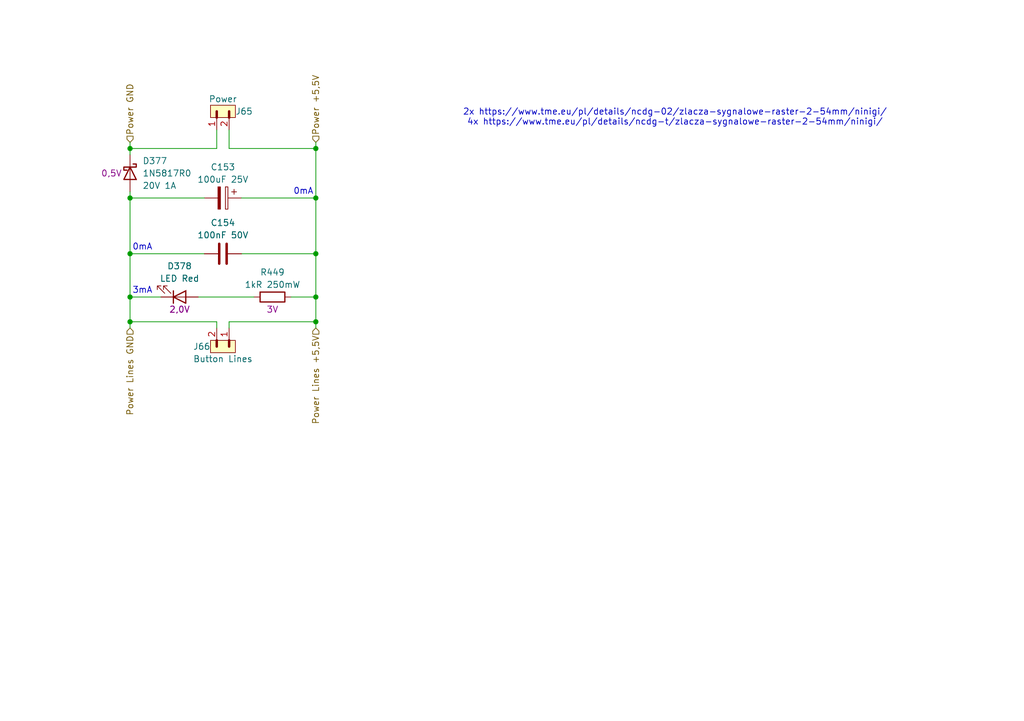
<source format=kicad_sch>
(kicad_sch (version 20231120) (generator "eeschema") (generator_version "8.0")
  (paper "A5")
  (lib_symbols
    (symbol "Device:C" (pin_numbers hide) (pin_names (offset 0.254))
      (property "Reference" "C" (at 0.635 2.54 0))
      (property "Value" "C" (at 0.635 -2.54 0))
      (symbol "C_0_1"
        (polyline (pts (xy -2.032 -0.762) (xy 2.032 -0.762)) (stroke (width 0.508)))
        (polyline (pts (xy -2.032 0.762) (xy 2.032 0.762)) (stroke (width 0.508)))
      )
      (symbol "C_1_1"
        (pin passive line (at 0 3.81 270) (length 2.794) (name "~") (number "1"))
        (pin passive line (at 0 -3.81 90) (length 2.794) (name "~") (number "2"))
      )
    )
    (symbol "Device:C_Polarized" (pin_numbers hide) (pin_names (offset 0.254))
      (property "Reference" "C" (at 0.635 2.54 0))
      (property "Value" "C_Polarized" (at 0.635 -2.54 0))
      (symbol "C_Polarized_0_1"
        (rectangle (start -2.286 0.508) (end 2.286 1.016))
        (polyline (pts (xy -1.778 2.286) (xy -0.762 2.286)))
        (polyline (pts (xy -1.27 2.794) (xy -1.27 1.778)))
        (rectangle (start 2.286 -0.508) (end -2.286 -1.016) (fill (type outline)))
      )
      (symbol "C_Polarized_1_1"
        (pin passive line (at 0 3.81 270) (length 2.794) (name "~") (number "1"))
        (pin passive line (at 0 -3.81 90) (length 2.794) (name "~") (number "2"))
      )
    )
    (symbol "Device:LED" (pin_numbers hide) (pin_names (offset 1.016) hide)
      (property "Reference" "D" (at 0 2.54 0))
      (property "Value" "LED" (at 0 -2.54 0))
      (symbol "LED_0_1"
        (polyline (pts (xy -1.27 -1.27) (xy -1.27 1.27)) (stroke (width 0.254)))
        (polyline (pts (xy -1.27 0) (xy 1.27 0)))
        (polyline (pts (xy 1.27 -1.27) (xy 1.27 1.27) (xy -1.27 0) (xy 1.27 -1.27)) (stroke (width 0.254)))
        (polyline (pts (xy -3.048 -0.762) (xy -4.572 -2.286) (xy -3.81 -2.286) (xy -4.572 -2.286) (xy -4.572 -1.524)))
        (polyline (pts (xy -1.778 -0.762) (xy -3.302 -2.286) (xy -2.54 -2.286) (xy -3.302 -2.286) (xy -3.302 -1.524)))
      )
      (symbol "LED_1_1"
        (pin passive line (at -3.81 0 0) (length 2.54) (name "K") (number "1"))
        (pin passive line (at 3.81 0 180) (length 2.54) (name "A") (number "2"))
      )
    )
    (symbol "Device:R" (pin_numbers hide) (pin_names (offset 0))
      (property "Reference" "R" (at 2.032 0 90))
      (property "Value" "R" (at 0 0 90))
      (symbol "R_0_1"
        (rectangle (start -1.016 -2.54) (end 1.016 2.54) (stroke (width 0.254)))
      )
      (symbol "R_1_1"
        (pin passive line (at 0 3.81 270) (length 1.27) (name "~") (number "1"))
        (pin passive line (at 0 -3.81 90) (length 1.27) (name "~") (number "2"))
      )
    )
    (symbol "Diode:1N5817" (pin_numbers hide) (pin_names (offset 1.016) hide)
      (property "Reference" "D" (at 0 2.54 0))
      (property "Value" "1N5817" (at 0 -2.54 0))
      (symbol "1N5817_0_1"
        (polyline (pts (xy 1.27 0) (xy -1.27 0)))
        (polyline (pts (xy 1.27 1.27) (xy 1.27 -1.27) (xy -1.27 0) (xy 1.27 1.27)) (stroke (width 0.254)))
        (polyline (pts (xy -1.905 0.635) (xy -1.905 1.27) (xy -1.27 1.27) (xy -1.27 -1.27) (xy -0.635 -1.27) (xy -0.635 -0.635)) (stroke (width 0.254)))
      )
      (symbol "1N5817_1_1"
        (pin passive line (at -3.81 0 0) (length 2.54) (name "K") (number "1"))
        (pin passive line (at 3.81 0 180) (length 2.54) (name "A") (number "2"))
      )
    )
    (symbol "PCM_SL_Pin_Headers:PINHD_1x2_Male"
      (property "Reference" "J" (at 0 6.35 0))
      (property "Value" "PINHD_1x2_Male" (at 0 3.81 0))
      (symbol "PINHD_1x2_Male_0_1"
        (rectangle (start -1.27 2.54) (end 1.27 -2.54) (fill (type background)))
        (polyline (pts (xy -1.27 -1.27) (xy 0 -1.27)) (stroke (width 0.3)))
        (polyline (pts (xy -1.27 -1.27) (xy 0 -1.27)) (stroke (width 0.5)))
        (polyline (pts (xy -1.27 1.27) (xy 0 1.27)) (stroke (width 0.3)))
        (polyline (pts (xy -1.27 1.27) (xy 0 1.27)) (stroke (width 0.5)))
      )
      (symbol "PINHD_1x2_Male_1_1"
        (pin passive line (at -3.81 1.27 0) (length 2.54) (name "") (number "1"))
        (pin passive line (at -3.81 -1.27 0) (length 2.54) (name "") (number "2"))
      )
    )
  )
  (junction (at 26.67 60.96))
  (junction (at 26.67 40.64))
  (junction (at 26.67 52.07))
  (junction (at 64.77 40.64))
  (junction (at 64.77 52.07))
  (junction (at 64.77 30.48))
  (junction (at 26.67 30.48))
  (junction (at 64.77 66.04))
  (junction (at 26.67 66.04))
  (junction (at 64.77 60.96))
  (wire (pts (xy 64.77 40.64) (xy 64.77 52.07)))
  (wire (pts (xy 26.67 52.07) (xy 41.91 52.07)))
  (wire (pts (xy 64.77 66.04) (xy 64.77 67.31)))
  (wire (pts (xy 26.67 60.96) (xy 26.67 66.04)))
  (wire (pts (xy 64.77 60.96) (xy 64.77 66.04)))
  (wire (pts (xy 26.67 40.64) (xy 41.91 40.64)))
  (wire (pts (xy 64.77 30.48) (xy 64.77 40.64)))
  (wire (pts (xy 64.77 52.07) (xy 64.77 60.96)))
  (wire (pts (xy 44.45 30.48) (xy 44.45 26.67)))
  (wire (pts (xy 46.99 66.04) (xy 64.77 66.04)))
  (wire (pts (xy 26.67 40.64) (xy 26.67 52.07)))
  (wire (pts (xy 26.67 30.48) (xy 44.45 30.48)))
  (wire (pts (xy 64.77 29.21) (xy 64.77 30.48)))
  (wire (pts (xy 26.67 39.37) (xy 26.67 40.64)))
  (wire (pts (xy 46.99 66.04) (xy 46.99 67.31)))
  (wire (pts (xy 26.67 66.04) (xy 26.67 67.31)))
  (wire (pts (xy 26.67 60.96) (xy 33.02 60.96)))
  (wire (pts (xy 26.67 30.48) (xy 26.67 31.75)))
  (wire (pts (xy 49.53 40.64) (xy 64.77 40.64)))
  (wire (pts (xy 49.53 52.07) (xy 64.77 52.07)))
  (wire (pts (xy 40.64 60.96) (xy 52.07 60.96)))
  (wire (pts (xy 26.67 52.07) (xy 26.67 60.96)))
  (wire (pts (xy 59.69 60.96) (xy 64.77 60.96)))
  (wire (pts (xy 46.99 30.48) (xy 64.77 30.48)))
  (wire (pts (xy 26.67 29.21) (xy 26.67 30.48)))
  (wire (pts (xy 46.99 26.67) (xy 46.99 30.48)))
  (wire (pts (xy 44.45 66.04) (xy 26.67 66.04)))
  (wire (pts (xy 44.45 66.04) (xy 44.45 67.31)))
  (text "2x https://www.tme.eu/pl/details/ncdg-02/zlacza-sygnalowe-raster-2-54mm/ninigi/\n4x https://www.tme.eu/pl/details/ncdg-t/zlacza-sygnalowe-raster-2-54mm/ninigi/" (at 138.43 24.13 0) (effects (font (size 1.27 1.27))))
  (text "3mA" (at 29.21 59.69 0) (effects (font (size 1.27 1.27))))
  (text "0mA" (at 62.23 39.37 0) (effects (font (size 1.27 1.27))))
  (text "0mA" (at 29.21 50.8 0) (effects (font (size 1.27 1.27))))
  (hierarchical_label "Power Lines GND" (shape input) (at 26.67 67.31 270))
  (hierarchical_label "Power +5,5V" (shape input) (at 64.77 29.21 90))
  (hierarchical_label "Power Lines +5,5V" (shape input) (at 64.77 67.31 270))
  (hierarchical_label "Power GND" (shape input) (at 26.67 29.21 90))
  (symbol (lib_id "PCM_SL_Pin_Headers:PINHD_1x2_Male") (at 45.72 22.86 90) (unit 1) (exclude_from_sim yes)
    (property "Reference" "J65" (at 48.26 22.86 90) (effects (justify right)))
    (property "Value" "Pin Hrader 1x2 Male" (effects (hide yes)))
    (property "Footprint" "Connector_PinHeader_2.54mm:PinHeader_1x02_P2.54mm_Vertical" (effects (hide yes)))
    (property "Datasheet" "https://www.tme.eu/Document/f9d608b97b9d96b2a823a7d0da30e024/NCWD.pdf" (effects (hide yes)))
    (property "Description" "Power" (at 45.72 20.32 90))
    (property "Sklep" "https://www.tme.eu/pl/details/ncdw-02/zlacza-sygnalowe-raster-2-54mm/ninigi/" (effects (hide yes)))
    (property "Model" "NCDW-02" (effects (hide yes)))
  )
  (symbol (lib_id "Device:C") (at 45.72 52.07 90) (unit 1)
    (property "Reference" "C154" (at 45.72 45.72 90))
    (property "Value" "100n" (effects (hide yes)))
    (property "Footprint" "Capacitor_THT:C_Disc_D3.0mm_W1.6mm_P2.50mm" (effects (hide yes)))
    (property "Datasheet" "https://www.tme.eu/Document/e69911e065ed5e1d0ce354af6c563ca3/CC-4.7.pdf" (effects (hide yes)))
    (property "Description" "100nF 50V" (at 45.72 48.26 90))
    (property "Sklep" "https://www.tme.eu/pl/details/cc-100n/kondensatory-ceramiczne-tht/sr-passives/" (effects (hide yes)))
    (property "Model" "CC100N" (effects (hide yes)))
  )
  (symbol (lib_id "Device:LED") (at 36.83 60.96 0) (mirror x) (unit 1)
    (property "Reference" "D378" (at 36.83 54.61 0))
    (property "Value" "2,0" (effects (hide yes)))
    (property "Footprint" "LED_THT:LED_D4.0mm" (effects (hide yes)))
    (property "Datasheet" "https://www.tme.eu/Document/023c50305bc3c03594b989fe5abdcd34/LTL17KRH5D.pdf" (effects (hide yes)))
    (property "Description" "LED Red" (at 36.83 57.15 0))
    (property "Sklep" "https://www.tme.eu/pl/details/ltl17krh5d/diody-led-tht-okragle/liteon/" (effects (hide yes)))
    (property "Vdrop" "2,0V" (at 36.83 63.5 0))
    (property "Model" "LTL17KRH5D" (effects (hide yes)))
  )
  (symbol (lib_id "Device:C_Polarized") (at 45.72 40.64 270) (unit 1)
    (property "Reference" "C153" (at 45.72 34.29 90))
    (property "Value" "100u" (effects (hide yes)))
    (property "Footprint" "Capacitor_THT:CP_Radial_D6.3mm_P2.50mm" (effects (hide yes)))
    (property "Datasheet" "https://www.tme.eu/Document/b444ee8e17ff8a581790e632c20227ec/ELITE-PF.pdf" (effects (hide yes)))
    (property "Description" "100uF 25V" (at 45.72 36.83 90))
    (property "Sklep" "https://www.tme.eu/pl/details/pf1e101mnn6311u/kondensatory-elektrolityczne-tht/elite/" (effects (hide yes)))
    (property "Model" " PF1E101MNN6311U" (effects (hide yes)))
  )
  (symbol (lib_id "Device:R") (at 55.88 60.96 270) (unit 1)
    (property "Reference" "R449" (at 55.88 55.88 90))
    (property "Value" "1k" (effects (hide yes)))
    (property "Footprint" "Resistor_THT:R_Axial_DIN0204_L3.6mm_D1.6mm_P5.08mm_Horizontal" (effects (hide yes)))
    (property "Datasheet" "https://www.tme.eu/Document/3b68a2c15adddc45017f1757c33e8b45/cf_resistor.pdf" (effects (hide yes)))
    (property "Description" "1kR 250mW" (at 55.88 58.42 90))
    (property "Sklep" "https://www.tme.eu/pl/details/cf1_4ws-1k/rezystory-tht/sr-passives/" (effects (hide yes)))
    (property "Vdrop" "3V" (at 55.88 63.5 90))
    (property "Model" "CF1/4WS-1K" (effects (hide yes)))
  )
  (symbol (lib_id "PCM_SL_Pin_Headers:PINHD_1x2_Male") (at 45.72 71.12 270) (unit 1) (exclude_from_sim yes)
    (property "Reference" "J66" (at 43.18 71.12 90) (effects (justify right)))
    (property "Value" "Pin Hrader 1x2 Male" (effects (hide yes)))
    (property "Footprint" "Connector_PinHeader_2.54mm:PinHeader_1x02_P2.54mm_Vertical" (effects (hide yes)))
    (property "Datasheet" "https://www.tme.eu/Document/f9d608b97b9d96b2a823a7d0da30e024/NCWD.pdf" (effects (hide yes)))
    (property "Description" "Button Lines" (at 45.72 73.66 90))
    (property "Sklep" "https://www.tme.eu/pl/details/ncdw-02/zlacza-sygnalowe-raster-2-54mm/ninigi/" (effects (hide yes)))
    (property "Model" "NCDW-02" (effects (hide yes)))
  )
  (symbol (lib_id "Diode:1N5817") (at 26.67 35.56 270) (unit 1)
    (property "Reference" "D377" (at 29.21 33.02 90) (effects (justify left)))
    (property "Value" "0,5" (effects (hide yes)))
    (property "Footprint" "Diode_THT:D_DO-41_SOD81_P10.16mm_Horizontal" (effects (hide yes)))
    (property "Datasheet" "https://www.tme.eu/Document/0d1d02df040a1d261ec72bc7cea12a90/1N5817-R0.pdf" (effects (hide yes)))
    (property "Description" "20V 1A" (at 29.21 38.1 90) (effects (justify left)))
    (property "Model" "1N5817R0" (at 29.21 35.56 90) (effects (justify left)))
    (property "Sklep" "https://www.tme.eu/pl/details/1n5817-r0/diody-schottky-tht/taiwan-semiconductor/1n5817-r0/" (effects (hide yes)))
    (property "Vdrop" "0,5V" (at 22.86 35.56 90))
  )
)
</source>
